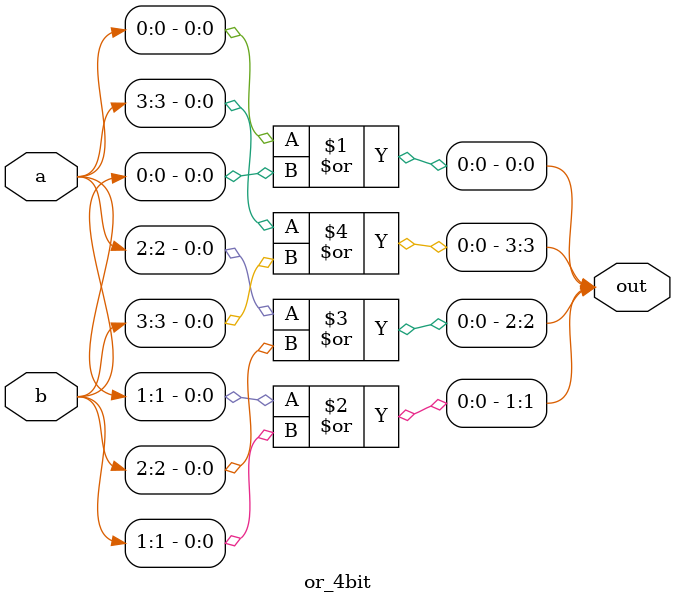
<source format=v>
module or_4bit(output [3:0] out , input [3:0] a , input [3:0] b );
	or(out[0] , a[0] , b[0]);
	or(out[1] , a[1] , b[1]);
	or(out[2] , a[2] , b[2]);
	or(out[3], a[3] , b[3]);
endmodule

</source>
